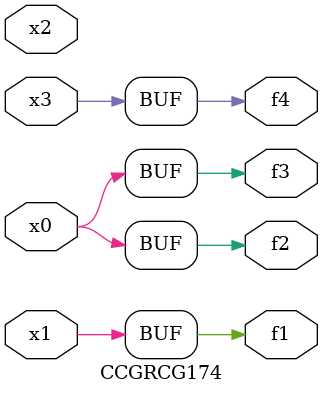
<source format=v>
module CCGRCG174(
	input x0, x1, x2, x3,
	output f1, f2, f3, f4
);
	assign f1 = x1;
	assign f2 = x0;
	assign f3 = x0;
	assign f4 = x3;
endmodule

</source>
